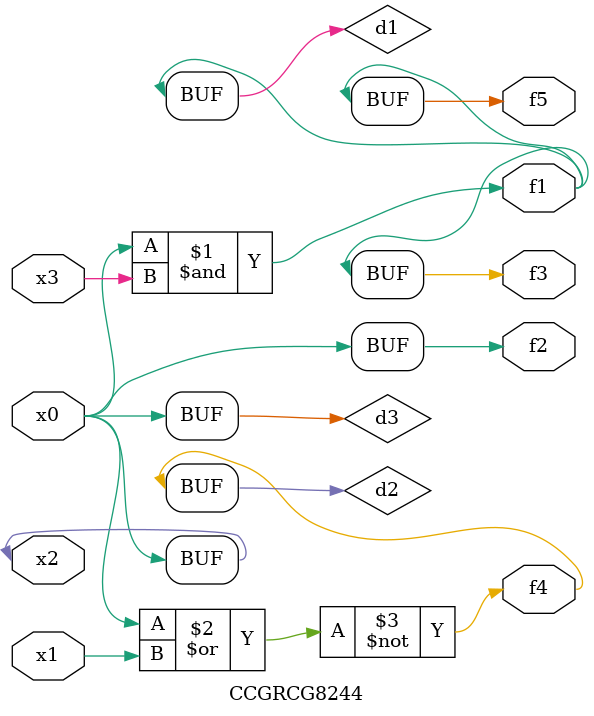
<source format=v>
module CCGRCG8244(
	input x0, x1, x2, x3,
	output f1, f2, f3, f4, f5
);

	wire d1, d2, d3;

	and (d1, x2, x3);
	nor (d2, x0, x1);
	buf (d3, x0, x2);
	assign f1 = d1;
	assign f2 = d3;
	assign f3 = d1;
	assign f4 = d2;
	assign f5 = d1;
endmodule

</source>
